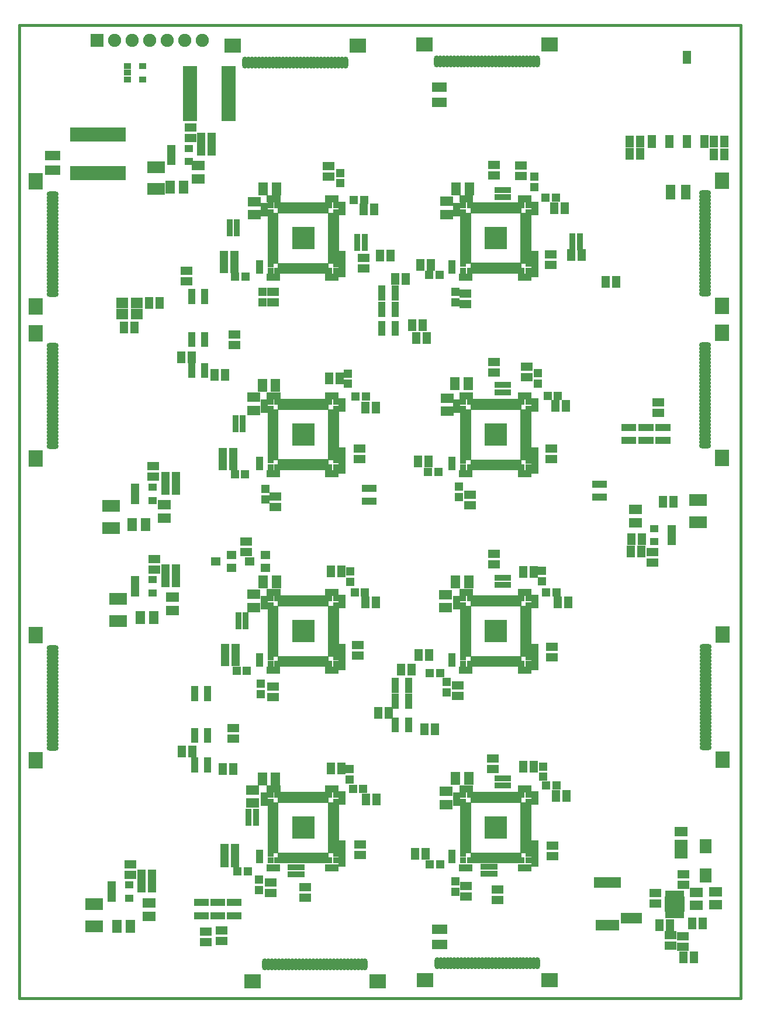
<source format=gts>
G04 (created by PCBNEW-RS274X (2011-04-29 BZR 2986)-stable) date 12/09/2011 16:32:35*
G01*
G70*
G90*
%MOIN*%
G04 Gerber Fmt 3.4, Leading zero omitted, Abs format*
%FSLAX34Y34*%
G04 APERTURE LIST*
%ADD10C,0.006000*%
%ADD11C,0.015000*%
%ADD12R,0.130200X0.130200*%
%ADD13R,0.031800X0.031800*%
%ADD14R,0.094800X0.083000*%
%ADD15O,0.031800X0.069200*%
%ADD16R,0.065000X0.045000*%
%ADD17R,0.050000X0.040000*%
%ADD18R,0.045000X0.065000*%
%ADD19R,0.113700X0.085000*%
%ADD20R,0.029800X0.046600*%
%ADD21R,0.075100X0.106600*%
%ADD22R,0.075100X0.055400*%
%ADD23R,0.035700X0.039700*%
%ADD24R,0.039700X0.035700*%
%ADD25R,0.083000X0.094800*%
%ADD26O,0.069200X0.031800*%
%ADD27R,0.031800X0.083000*%
%ADD28R,0.083000X0.031800*%
%ADD29R,0.071200X0.063300*%
%ADD30R,0.045600X0.073100*%
%ADD31R,0.033800X0.053500*%
%ADD32R,0.057400X0.045600*%
%ADD33R,0.051400X0.051400*%
%ADD34R,0.043600X0.035700*%
%ADD35R,0.053500X0.033800*%
%ADD36R,0.067200X0.083000*%
%ADD37R,0.098700X0.067200*%
%ADD38R,0.157800X0.059400*%
%ADD39R,0.138100X0.059400*%
%ADD40R,0.118400X0.059400*%
%ADD41R,0.037700X0.033800*%
%ADD42R,0.031800X0.033800*%
%ADD43R,0.033800X0.037700*%
%ADD44R,0.033800X0.031800*%
%ADD45R,0.044400X0.044400*%
%ADD46R,0.075000X0.075000*%
%ADD47C,0.075000*%
%ADD48R,0.075000X0.055000*%
%ADD49R,0.055000X0.075000*%
G04 APERTURE END LIST*
G54D10*
G54D11*
X56358Y-09882D02*
X56358Y-11083D01*
X15236Y-09882D02*
X15236Y-11063D01*
X56358Y-65335D02*
X15236Y-65335D01*
X15236Y-09882D02*
X56358Y-09882D01*
X56358Y-65335D02*
X56358Y-11102D01*
X15236Y-18661D02*
X15236Y-11102D01*
X15236Y-65315D02*
X15236Y-65335D01*
X15236Y-18681D02*
X15236Y-65315D01*
G54D12*
X31418Y-22009D03*
G54D13*
X33288Y-23879D03*
X29548Y-23879D03*
X33288Y-20139D03*
X29548Y-20139D03*
X29942Y-20139D03*
X30139Y-20139D03*
X30336Y-20139D03*
X30533Y-20139D03*
X30729Y-20139D03*
X30926Y-20139D03*
X31123Y-20139D03*
X31320Y-20139D03*
X31507Y-20139D03*
X31714Y-20139D03*
X31911Y-20139D03*
X32108Y-20139D03*
X32304Y-20139D03*
X32501Y-20139D03*
X32698Y-20139D03*
X32894Y-20139D03*
X30138Y-20434D03*
X30335Y-20434D03*
X30532Y-20434D03*
X30729Y-20434D03*
X30926Y-20434D03*
X31123Y-20434D03*
X31320Y-20434D03*
X31516Y-20434D03*
X31713Y-20434D03*
X31910Y-20434D03*
X32107Y-20434D03*
X32304Y-20434D03*
X32501Y-20434D03*
X32698Y-20434D03*
X29548Y-20533D03*
X29548Y-20729D03*
X29548Y-20926D03*
X29548Y-21123D03*
X29548Y-21320D03*
X29548Y-21517D03*
X29548Y-21911D03*
X29548Y-22108D03*
X29548Y-22304D03*
X29548Y-22501D03*
X29548Y-22894D03*
X29548Y-23091D03*
X29548Y-23288D03*
X29548Y-23485D03*
X29548Y-21714D03*
X29548Y-22698D03*
X29843Y-20729D03*
X29843Y-20926D03*
X29843Y-21123D03*
X29843Y-21320D03*
X29843Y-21517D03*
X29843Y-21714D03*
X29843Y-21911D03*
X29843Y-22107D03*
X29843Y-22304D03*
X29843Y-22501D03*
X29843Y-22698D03*
X29843Y-22895D03*
X29843Y-23092D03*
X29843Y-23289D03*
X29942Y-23879D03*
X30138Y-23879D03*
X30335Y-23879D03*
X30532Y-23879D03*
X30729Y-23879D03*
X30926Y-23879D03*
X31123Y-23879D03*
X31320Y-23879D03*
X31516Y-23879D03*
X31713Y-23879D03*
X31910Y-23879D03*
X32107Y-23879D03*
X32304Y-23879D03*
X32501Y-23879D03*
X32698Y-23879D03*
X32894Y-23879D03*
X30138Y-23584D03*
X30335Y-23584D03*
X30532Y-23584D03*
X30729Y-23584D03*
X30926Y-23584D03*
X31123Y-23584D03*
X31320Y-23584D03*
X31516Y-23584D03*
X31713Y-23584D03*
X31910Y-23584D03*
X32107Y-23584D03*
X32304Y-23584D03*
X32501Y-23584D03*
X32698Y-23584D03*
X33288Y-23485D03*
X33288Y-23289D03*
X33288Y-23092D03*
X33288Y-22895D03*
X33288Y-22698D03*
X33288Y-22501D03*
X33288Y-22304D03*
X33288Y-22107D03*
X33288Y-21911D03*
X33288Y-21714D03*
X33288Y-21517D03*
X33288Y-21123D03*
X33288Y-21320D03*
X33288Y-20926D03*
X33288Y-20729D03*
X33288Y-20533D03*
X32993Y-23289D03*
X32993Y-23092D03*
X32993Y-22895D03*
X32993Y-22698D03*
X32993Y-22501D03*
X32993Y-22304D03*
X32993Y-22107D03*
X32993Y-21911D03*
X32993Y-21714D03*
X32993Y-21517D03*
X32993Y-21320D03*
X32993Y-21123D03*
X32993Y-20926D03*
X32993Y-20729D03*
G54D12*
X42402Y-33209D03*
G54D13*
X44272Y-35079D03*
X40532Y-35079D03*
X44272Y-31339D03*
X40532Y-31339D03*
X40926Y-31339D03*
X41123Y-31339D03*
X41320Y-31339D03*
X41517Y-31339D03*
X41713Y-31339D03*
X41910Y-31339D03*
X42107Y-31339D03*
X42304Y-31339D03*
X42491Y-31339D03*
X42698Y-31339D03*
X42895Y-31339D03*
X43092Y-31339D03*
X43288Y-31339D03*
X43485Y-31339D03*
X43682Y-31339D03*
X43878Y-31339D03*
X41122Y-31634D03*
X41319Y-31634D03*
X41516Y-31634D03*
X41713Y-31634D03*
X41910Y-31634D03*
X42107Y-31634D03*
X42304Y-31634D03*
X42500Y-31634D03*
X42697Y-31634D03*
X42894Y-31634D03*
X43091Y-31634D03*
X43288Y-31634D03*
X43485Y-31634D03*
X43682Y-31634D03*
X40532Y-31733D03*
X40532Y-31929D03*
X40532Y-32126D03*
X40532Y-32323D03*
X40532Y-32520D03*
X40532Y-32717D03*
X40532Y-33111D03*
X40532Y-33308D03*
X40532Y-33504D03*
X40532Y-33701D03*
X40532Y-34094D03*
X40532Y-34291D03*
X40532Y-34488D03*
X40532Y-34685D03*
X40532Y-32914D03*
X40532Y-33898D03*
X40827Y-31929D03*
X40827Y-32126D03*
X40827Y-32323D03*
X40827Y-32520D03*
X40827Y-32717D03*
X40827Y-32914D03*
X40827Y-33111D03*
X40827Y-33307D03*
X40827Y-33504D03*
X40827Y-33701D03*
X40827Y-33898D03*
X40827Y-34095D03*
X40827Y-34292D03*
X40827Y-34489D03*
X40926Y-35079D03*
X41122Y-35079D03*
X41319Y-35079D03*
X41516Y-35079D03*
X41713Y-35079D03*
X41910Y-35079D03*
X42107Y-35079D03*
X42304Y-35079D03*
X42500Y-35079D03*
X42697Y-35079D03*
X42894Y-35079D03*
X43091Y-35079D03*
X43288Y-35079D03*
X43485Y-35079D03*
X43682Y-35079D03*
X43878Y-35079D03*
X41122Y-34784D03*
X41319Y-34784D03*
X41516Y-34784D03*
X41713Y-34784D03*
X41910Y-34784D03*
X42107Y-34784D03*
X42304Y-34784D03*
X42500Y-34784D03*
X42697Y-34784D03*
X42894Y-34784D03*
X43091Y-34784D03*
X43288Y-34784D03*
X43485Y-34784D03*
X43682Y-34784D03*
X44272Y-34685D03*
X44272Y-34489D03*
X44272Y-34292D03*
X44272Y-34095D03*
X44272Y-33898D03*
X44272Y-33701D03*
X44272Y-33504D03*
X44272Y-33307D03*
X44272Y-33111D03*
X44272Y-32914D03*
X44272Y-32717D03*
X44272Y-32323D03*
X44272Y-32520D03*
X44272Y-32126D03*
X44272Y-31929D03*
X44272Y-31733D03*
X43977Y-34489D03*
X43977Y-34292D03*
X43977Y-34095D03*
X43977Y-33898D03*
X43977Y-33701D03*
X43977Y-33504D03*
X43977Y-33307D03*
X43977Y-33111D03*
X43977Y-32914D03*
X43977Y-32717D03*
X43977Y-32520D03*
X43977Y-32323D03*
X43977Y-32126D03*
X43977Y-31929D03*
G54D12*
X42402Y-22007D03*
G54D13*
X44272Y-23877D03*
X40532Y-23877D03*
X44272Y-20137D03*
X40532Y-20137D03*
X40926Y-20137D03*
X41123Y-20137D03*
X41320Y-20137D03*
X41517Y-20137D03*
X41713Y-20137D03*
X41910Y-20137D03*
X42107Y-20137D03*
X42304Y-20137D03*
X42491Y-20137D03*
X42698Y-20137D03*
X42895Y-20137D03*
X43092Y-20137D03*
X43288Y-20137D03*
X43485Y-20137D03*
X43682Y-20137D03*
X43878Y-20137D03*
X41122Y-20432D03*
X41319Y-20432D03*
X41516Y-20432D03*
X41713Y-20432D03*
X41910Y-20432D03*
X42107Y-20432D03*
X42304Y-20432D03*
X42500Y-20432D03*
X42697Y-20432D03*
X42894Y-20432D03*
X43091Y-20432D03*
X43288Y-20432D03*
X43485Y-20432D03*
X43682Y-20432D03*
X40532Y-20531D03*
X40532Y-20727D03*
X40532Y-20924D03*
X40532Y-21121D03*
X40532Y-21318D03*
X40532Y-21515D03*
X40532Y-21909D03*
X40532Y-22106D03*
X40532Y-22302D03*
X40532Y-22499D03*
X40532Y-22892D03*
X40532Y-23089D03*
X40532Y-23286D03*
X40532Y-23483D03*
X40532Y-21712D03*
X40532Y-22696D03*
X40827Y-20727D03*
X40827Y-20924D03*
X40827Y-21121D03*
X40827Y-21318D03*
X40827Y-21515D03*
X40827Y-21712D03*
X40827Y-21909D03*
X40827Y-22105D03*
X40827Y-22302D03*
X40827Y-22499D03*
X40827Y-22696D03*
X40827Y-22893D03*
X40827Y-23090D03*
X40827Y-23287D03*
X40926Y-23877D03*
X41122Y-23877D03*
X41319Y-23877D03*
X41516Y-23877D03*
X41713Y-23877D03*
X41910Y-23877D03*
X42107Y-23877D03*
X42304Y-23877D03*
X42500Y-23877D03*
X42697Y-23877D03*
X42894Y-23877D03*
X43091Y-23877D03*
X43288Y-23877D03*
X43485Y-23877D03*
X43682Y-23877D03*
X43878Y-23877D03*
X41122Y-23582D03*
X41319Y-23582D03*
X41516Y-23582D03*
X41713Y-23582D03*
X41910Y-23582D03*
X42107Y-23582D03*
X42304Y-23582D03*
X42500Y-23582D03*
X42697Y-23582D03*
X42894Y-23582D03*
X43091Y-23582D03*
X43288Y-23582D03*
X43485Y-23582D03*
X43682Y-23582D03*
X44272Y-23483D03*
X44272Y-23287D03*
X44272Y-23090D03*
X44272Y-22893D03*
X44272Y-22696D03*
X44272Y-22499D03*
X44272Y-22302D03*
X44272Y-22105D03*
X44272Y-21909D03*
X44272Y-21712D03*
X44272Y-21515D03*
X44272Y-21121D03*
X44272Y-21318D03*
X44272Y-20924D03*
X44272Y-20727D03*
X44272Y-20531D03*
X43977Y-23287D03*
X43977Y-23090D03*
X43977Y-22893D03*
X43977Y-22696D03*
X43977Y-22499D03*
X43977Y-22302D03*
X43977Y-22105D03*
X43977Y-21909D03*
X43977Y-21712D03*
X43977Y-21515D03*
X43977Y-21318D03*
X43977Y-21121D03*
X43977Y-20924D03*
X43977Y-20727D03*
G54D12*
X31418Y-33206D03*
G54D13*
X33288Y-35076D03*
X29548Y-35076D03*
X33288Y-31336D03*
X29548Y-31336D03*
X29942Y-31336D03*
X30139Y-31336D03*
X30336Y-31336D03*
X30533Y-31336D03*
X30729Y-31336D03*
X30926Y-31336D03*
X31123Y-31336D03*
X31320Y-31336D03*
X31507Y-31336D03*
X31714Y-31336D03*
X31911Y-31336D03*
X32108Y-31336D03*
X32304Y-31336D03*
X32501Y-31336D03*
X32698Y-31336D03*
X32894Y-31336D03*
X30138Y-31631D03*
X30335Y-31631D03*
X30532Y-31631D03*
X30729Y-31631D03*
X30926Y-31631D03*
X31123Y-31631D03*
X31320Y-31631D03*
X31516Y-31631D03*
X31713Y-31631D03*
X31910Y-31631D03*
X32107Y-31631D03*
X32304Y-31631D03*
X32501Y-31631D03*
X32698Y-31631D03*
X29548Y-31730D03*
X29548Y-31926D03*
X29548Y-32123D03*
X29548Y-32320D03*
X29548Y-32517D03*
X29548Y-32714D03*
X29548Y-33108D03*
X29548Y-33305D03*
X29548Y-33501D03*
X29548Y-33698D03*
X29548Y-34091D03*
X29548Y-34288D03*
X29548Y-34485D03*
X29548Y-34682D03*
X29548Y-32911D03*
X29548Y-33895D03*
X29843Y-31926D03*
X29843Y-32123D03*
X29843Y-32320D03*
X29843Y-32517D03*
X29843Y-32714D03*
X29843Y-32911D03*
X29843Y-33108D03*
X29843Y-33304D03*
X29843Y-33501D03*
X29843Y-33698D03*
X29843Y-33895D03*
X29843Y-34092D03*
X29843Y-34289D03*
X29843Y-34486D03*
X29942Y-35076D03*
X30138Y-35076D03*
X30335Y-35076D03*
X30532Y-35076D03*
X30729Y-35076D03*
X30926Y-35076D03*
X31123Y-35076D03*
X31320Y-35076D03*
X31516Y-35076D03*
X31713Y-35076D03*
X31910Y-35076D03*
X32107Y-35076D03*
X32304Y-35076D03*
X32501Y-35076D03*
X32698Y-35076D03*
X32894Y-35076D03*
X30138Y-34781D03*
X30335Y-34781D03*
X30532Y-34781D03*
X30729Y-34781D03*
X30926Y-34781D03*
X31123Y-34781D03*
X31320Y-34781D03*
X31516Y-34781D03*
X31713Y-34781D03*
X31910Y-34781D03*
X32107Y-34781D03*
X32304Y-34781D03*
X32501Y-34781D03*
X32698Y-34781D03*
X33288Y-34682D03*
X33288Y-34486D03*
X33288Y-34289D03*
X33288Y-34092D03*
X33288Y-33895D03*
X33288Y-33698D03*
X33288Y-33501D03*
X33288Y-33304D03*
X33288Y-33108D03*
X33288Y-32911D03*
X33288Y-32714D03*
X33288Y-32320D03*
X33288Y-32517D03*
X33288Y-32123D03*
X33288Y-31926D03*
X33288Y-31730D03*
X32993Y-34486D03*
X32993Y-34289D03*
X32993Y-34092D03*
X32993Y-33895D03*
X32993Y-33698D03*
X32993Y-33501D03*
X32993Y-33304D03*
X32993Y-33108D03*
X32993Y-32911D03*
X32993Y-32714D03*
X32993Y-32517D03*
X32993Y-32320D03*
X32993Y-32123D03*
X32993Y-31926D03*
G54D12*
X31417Y-55610D03*
G54D13*
X33287Y-57480D03*
X29547Y-57480D03*
X33287Y-53740D03*
X29547Y-53740D03*
X29941Y-53740D03*
X30138Y-53740D03*
X30335Y-53740D03*
X30532Y-53740D03*
X30728Y-53740D03*
X30925Y-53740D03*
X31122Y-53740D03*
X31319Y-53740D03*
X31506Y-53740D03*
X31713Y-53740D03*
X31910Y-53740D03*
X32107Y-53740D03*
X32303Y-53740D03*
X32500Y-53740D03*
X32697Y-53740D03*
X32893Y-53740D03*
X30137Y-54035D03*
X30334Y-54035D03*
X30531Y-54035D03*
X30728Y-54035D03*
X30925Y-54035D03*
X31122Y-54035D03*
X31319Y-54035D03*
X31515Y-54035D03*
X31712Y-54035D03*
X31909Y-54035D03*
X32106Y-54035D03*
X32303Y-54035D03*
X32500Y-54035D03*
X32697Y-54035D03*
X29547Y-54134D03*
X29547Y-54330D03*
X29547Y-54527D03*
X29547Y-54724D03*
X29547Y-54921D03*
X29547Y-55118D03*
X29547Y-55512D03*
X29547Y-55709D03*
X29547Y-55905D03*
X29547Y-56102D03*
X29547Y-56495D03*
X29547Y-56692D03*
X29547Y-56889D03*
X29547Y-57086D03*
X29547Y-55315D03*
X29547Y-56299D03*
X29842Y-54330D03*
X29842Y-54527D03*
X29842Y-54724D03*
X29842Y-54921D03*
X29842Y-55118D03*
X29842Y-55315D03*
X29842Y-55512D03*
X29842Y-55708D03*
X29842Y-55905D03*
X29842Y-56102D03*
X29842Y-56299D03*
X29842Y-56496D03*
X29842Y-56693D03*
X29842Y-56890D03*
X29941Y-57480D03*
X30137Y-57480D03*
X30334Y-57480D03*
X30531Y-57480D03*
X30728Y-57480D03*
X30925Y-57480D03*
X31122Y-57480D03*
X31319Y-57480D03*
X31515Y-57480D03*
X31712Y-57480D03*
X31909Y-57480D03*
X32106Y-57480D03*
X32303Y-57480D03*
X32500Y-57480D03*
X32697Y-57480D03*
X32893Y-57480D03*
X30137Y-57185D03*
X30334Y-57185D03*
X30531Y-57185D03*
X30728Y-57185D03*
X30925Y-57185D03*
X31122Y-57185D03*
X31319Y-57185D03*
X31515Y-57185D03*
X31712Y-57185D03*
X31909Y-57185D03*
X32106Y-57185D03*
X32303Y-57185D03*
X32500Y-57185D03*
X32697Y-57185D03*
X33287Y-57086D03*
X33287Y-56890D03*
X33287Y-56693D03*
X33287Y-56496D03*
X33287Y-56299D03*
X33287Y-56102D03*
X33287Y-55905D03*
X33287Y-55708D03*
X33287Y-55512D03*
X33287Y-55315D03*
X33287Y-55118D03*
X33287Y-54724D03*
X33287Y-54921D03*
X33287Y-54527D03*
X33287Y-54330D03*
X33287Y-54134D03*
X32992Y-56890D03*
X32992Y-56693D03*
X32992Y-56496D03*
X32992Y-56299D03*
X32992Y-56102D03*
X32992Y-55905D03*
X32992Y-55708D03*
X32992Y-55512D03*
X32992Y-55315D03*
X32992Y-55118D03*
X32992Y-54921D03*
X32992Y-54724D03*
X32992Y-54527D03*
X32992Y-54330D03*
G54D12*
X42401Y-55611D03*
G54D13*
X44271Y-57481D03*
X40531Y-57481D03*
X44271Y-53741D03*
X40531Y-53741D03*
X40925Y-53741D03*
X41122Y-53741D03*
X41319Y-53741D03*
X41516Y-53741D03*
X41712Y-53741D03*
X41909Y-53741D03*
X42106Y-53741D03*
X42303Y-53741D03*
X42490Y-53741D03*
X42697Y-53741D03*
X42894Y-53741D03*
X43091Y-53741D03*
X43287Y-53741D03*
X43484Y-53741D03*
X43681Y-53741D03*
X43877Y-53741D03*
X41121Y-54036D03*
X41318Y-54036D03*
X41515Y-54036D03*
X41712Y-54036D03*
X41909Y-54036D03*
X42106Y-54036D03*
X42303Y-54036D03*
X42499Y-54036D03*
X42696Y-54036D03*
X42893Y-54036D03*
X43090Y-54036D03*
X43287Y-54036D03*
X43484Y-54036D03*
X43681Y-54036D03*
X40531Y-54135D03*
X40531Y-54331D03*
X40531Y-54528D03*
X40531Y-54725D03*
X40531Y-54922D03*
X40531Y-55119D03*
X40531Y-55513D03*
X40531Y-55710D03*
X40531Y-55906D03*
X40531Y-56103D03*
X40531Y-56496D03*
X40531Y-56693D03*
X40531Y-56890D03*
X40531Y-57087D03*
X40531Y-55316D03*
X40531Y-56300D03*
X40826Y-54331D03*
X40826Y-54528D03*
X40826Y-54725D03*
X40826Y-54922D03*
X40826Y-55119D03*
X40826Y-55316D03*
X40826Y-55513D03*
X40826Y-55709D03*
X40826Y-55906D03*
X40826Y-56103D03*
X40826Y-56300D03*
X40826Y-56497D03*
X40826Y-56694D03*
X40826Y-56891D03*
X40925Y-57481D03*
X41121Y-57481D03*
X41318Y-57481D03*
X41515Y-57481D03*
X41712Y-57481D03*
X41909Y-57481D03*
X42106Y-57481D03*
X42303Y-57481D03*
X42499Y-57481D03*
X42696Y-57481D03*
X42893Y-57481D03*
X43090Y-57481D03*
X43287Y-57481D03*
X43484Y-57481D03*
X43681Y-57481D03*
X43877Y-57481D03*
X41121Y-57186D03*
X41318Y-57186D03*
X41515Y-57186D03*
X41712Y-57186D03*
X41909Y-57186D03*
X42106Y-57186D03*
X42303Y-57186D03*
X42499Y-57186D03*
X42696Y-57186D03*
X42893Y-57186D03*
X43090Y-57186D03*
X43287Y-57186D03*
X43484Y-57186D03*
X43681Y-57186D03*
X44271Y-57087D03*
X44271Y-56891D03*
X44271Y-56694D03*
X44271Y-56497D03*
X44271Y-56300D03*
X44271Y-56103D03*
X44271Y-55906D03*
X44271Y-55709D03*
X44271Y-55513D03*
X44271Y-55316D03*
X44271Y-55119D03*
X44271Y-54725D03*
X44271Y-54922D03*
X44271Y-54528D03*
X44271Y-54331D03*
X44271Y-54135D03*
X43976Y-56891D03*
X43976Y-56694D03*
X43976Y-56497D03*
X43976Y-56300D03*
X43976Y-56103D03*
X43976Y-55906D03*
X43976Y-55709D03*
X43976Y-55513D03*
X43976Y-55316D03*
X43976Y-55119D03*
X43976Y-54922D03*
X43976Y-54725D03*
X43976Y-54528D03*
X43976Y-54331D03*
G54D12*
X42401Y-44412D03*
G54D13*
X44271Y-46282D03*
X40531Y-46282D03*
X44271Y-42542D03*
X40531Y-42542D03*
X40925Y-42542D03*
X41122Y-42542D03*
X41319Y-42542D03*
X41516Y-42542D03*
X41712Y-42542D03*
X41909Y-42542D03*
X42106Y-42542D03*
X42303Y-42542D03*
X42490Y-42542D03*
X42697Y-42542D03*
X42894Y-42542D03*
X43091Y-42542D03*
X43287Y-42542D03*
X43484Y-42542D03*
X43681Y-42542D03*
X43877Y-42542D03*
X41121Y-42837D03*
X41318Y-42837D03*
X41515Y-42837D03*
X41712Y-42837D03*
X41909Y-42837D03*
X42106Y-42837D03*
X42303Y-42837D03*
X42499Y-42837D03*
X42696Y-42837D03*
X42893Y-42837D03*
X43090Y-42837D03*
X43287Y-42837D03*
X43484Y-42837D03*
X43681Y-42837D03*
X40531Y-42936D03*
X40531Y-43132D03*
X40531Y-43329D03*
X40531Y-43526D03*
X40531Y-43723D03*
X40531Y-43920D03*
X40531Y-44314D03*
X40531Y-44511D03*
X40531Y-44707D03*
X40531Y-44904D03*
X40531Y-45297D03*
X40531Y-45494D03*
X40531Y-45691D03*
X40531Y-45888D03*
X40531Y-44117D03*
X40531Y-45101D03*
X40826Y-43132D03*
X40826Y-43329D03*
X40826Y-43526D03*
X40826Y-43723D03*
X40826Y-43920D03*
X40826Y-44117D03*
X40826Y-44314D03*
X40826Y-44510D03*
X40826Y-44707D03*
X40826Y-44904D03*
X40826Y-45101D03*
X40826Y-45298D03*
X40826Y-45495D03*
X40826Y-45692D03*
X40925Y-46282D03*
X41121Y-46282D03*
X41318Y-46282D03*
X41515Y-46282D03*
X41712Y-46282D03*
X41909Y-46282D03*
X42106Y-46282D03*
X42303Y-46282D03*
X42499Y-46282D03*
X42696Y-46282D03*
X42893Y-46282D03*
X43090Y-46282D03*
X43287Y-46282D03*
X43484Y-46282D03*
X43681Y-46282D03*
X43877Y-46282D03*
X41121Y-45987D03*
X41318Y-45987D03*
X41515Y-45987D03*
X41712Y-45987D03*
X41909Y-45987D03*
X42106Y-45987D03*
X42303Y-45987D03*
X42499Y-45987D03*
X42696Y-45987D03*
X42893Y-45987D03*
X43090Y-45987D03*
X43287Y-45987D03*
X43484Y-45987D03*
X43681Y-45987D03*
X44271Y-45888D03*
X44271Y-45692D03*
X44271Y-45495D03*
X44271Y-45298D03*
X44271Y-45101D03*
X44271Y-44904D03*
X44271Y-44707D03*
X44271Y-44510D03*
X44271Y-44314D03*
X44271Y-44117D03*
X44271Y-43920D03*
X44271Y-43526D03*
X44271Y-43723D03*
X44271Y-43329D03*
X44271Y-43132D03*
X44271Y-42936D03*
X43976Y-45692D03*
X43976Y-45495D03*
X43976Y-45298D03*
X43976Y-45101D03*
X43976Y-44904D03*
X43976Y-44707D03*
X43976Y-44510D03*
X43976Y-44314D03*
X43976Y-44117D03*
X43976Y-43920D03*
X43976Y-43723D03*
X43976Y-43526D03*
X43976Y-43329D03*
X43976Y-43132D03*
G54D12*
X31417Y-44411D03*
G54D13*
X33287Y-46281D03*
X29547Y-46281D03*
X33287Y-42541D03*
X29547Y-42541D03*
X29941Y-42541D03*
X30138Y-42541D03*
X30335Y-42541D03*
X30532Y-42541D03*
X30728Y-42541D03*
X30925Y-42541D03*
X31122Y-42541D03*
X31319Y-42541D03*
X31506Y-42541D03*
X31713Y-42541D03*
X31910Y-42541D03*
X32107Y-42541D03*
X32303Y-42541D03*
X32500Y-42541D03*
X32697Y-42541D03*
X32893Y-42541D03*
X30137Y-42836D03*
X30334Y-42836D03*
X30531Y-42836D03*
X30728Y-42836D03*
X30925Y-42836D03*
X31122Y-42836D03*
X31319Y-42836D03*
X31515Y-42836D03*
X31712Y-42836D03*
X31909Y-42836D03*
X32106Y-42836D03*
X32303Y-42836D03*
X32500Y-42836D03*
X32697Y-42836D03*
X29547Y-42935D03*
X29547Y-43131D03*
X29547Y-43328D03*
X29547Y-43525D03*
X29547Y-43722D03*
X29547Y-43919D03*
X29547Y-44313D03*
X29547Y-44510D03*
X29547Y-44706D03*
X29547Y-44903D03*
X29547Y-45296D03*
X29547Y-45493D03*
X29547Y-45690D03*
X29547Y-45887D03*
X29547Y-44116D03*
X29547Y-45100D03*
X29842Y-43131D03*
X29842Y-43328D03*
X29842Y-43525D03*
X29842Y-43722D03*
X29842Y-43919D03*
X29842Y-44116D03*
X29842Y-44313D03*
X29842Y-44509D03*
X29842Y-44706D03*
X29842Y-44903D03*
X29842Y-45100D03*
X29842Y-45297D03*
X29842Y-45494D03*
X29842Y-45691D03*
X29941Y-46281D03*
X30137Y-46281D03*
X30334Y-46281D03*
X30531Y-46281D03*
X30728Y-46281D03*
X30925Y-46281D03*
X31122Y-46281D03*
X31319Y-46281D03*
X31515Y-46281D03*
X31712Y-46281D03*
X31909Y-46281D03*
X32106Y-46281D03*
X32303Y-46281D03*
X32500Y-46281D03*
X32697Y-46281D03*
X32893Y-46281D03*
X30137Y-45986D03*
X30334Y-45986D03*
X30531Y-45986D03*
X30728Y-45986D03*
X30925Y-45986D03*
X31122Y-45986D03*
X31319Y-45986D03*
X31515Y-45986D03*
X31712Y-45986D03*
X31909Y-45986D03*
X32106Y-45986D03*
X32303Y-45986D03*
X32500Y-45986D03*
X32697Y-45986D03*
X33287Y-45887D03*
X33287Y-45691D03*
X33287Y-45494D03*
X33287Y-45297D03*
X33287Y-45100D03*
X33287Y-44903D03*
X33287Y-44706D03*
X33287Y-44509D03*
X33287Y-44313D03*
X33287Y-44116D03*
X33287Y-43919D03*
X33287Y-43525D03*
X33287Y-43722D03*
X33287Y-43328D03*
X33287Y-43131D03*
X33287Y-42935D03*
X32992Y-45691D03*
X32992Y-45494D03*
X32992Y-45297D03*
X32992Y-45100D03*
X32992Y-44903D03*
X32992Y-44706D03*
X32992Y-44509D03*
X32992Y-44313D03*
X32992Y-44116D03*
X32992Y-43919D03*
X32992Y-43722D03*
X32992Y-43525D03*
X32992Y-43328D03*
X32992Y-43131D03*
G54D14*
X45454Y-10964D03*
X38328Y-10964D03*
G54D15*
X39036Y-11928D03*
X39232Y-11928D03*
X39429Y-11928D03*
X39626Y-11928D03*
X39823Y-11928D03*
X40020Y-11928D03*
X40217Y-11928D03*
X40414Y-11928D03*
X40610Y-11928D03*
X40807Y-11928D03*
X41004Y-11928D03*
X41201Y-11928D03*
X41398Y-11928D03*
X41595Y-11928D03*
X41793Y-11929D03*
X41988Y-11928D03*
X42185Y-11928D03*
X42382Y-11928D03*
X42776Y-11928D03*
X43170Y-11928D03*
X43563Y-11928D03*
X43366Y-11928D03*
X42973Y-11928D03*
X42579Y-11928D03*
X43760Y-11928D03*
X43957Y-11928D03*
X44154Y-11928D03*
X44351Y-11928D03*
X44547Y-11928D03*
X44746Y-11928D03*
G54D14*
X34526Y-11022D03*
X27400Y-11022D03*
G54D15*
X28108Y-11986D03*
X28304Y-11986D03*
X28501Y-11986D03*
X28698Y-11986D03*
X28895Y-11986D03*
X29092Y-11986D03*
X29289Y-11986D03*
X29486Y-11986D03*
X29682Y-11986D03*
X29879Y-11986D03*
X30076Y-11986D03*
X30273Y-11986D03*
X30470Y-11986D03*
X30667Y-11986D03*
X30865Y-11987D03*
X31060Y-11986D03*
X31257Y-11986D03*
X31454Y-11986D03*
X31848Y-11986D03*
X32242Y-11986D03*
X32635Y-11986D03*
X32438Y-11986D03*
X32045Y-11986D03*
X31651Y-11986D03*
X32832Y-11986D03*
X33029Y-11986D03*
X33226Y-11986D03*
X33423Y-11986D03*
X33619Y-11986D03*
X33818Y-11986D03*
G54D16*
X34528Y-45812D03*
X34528Y-45212D03*
X34646Y-57170D03*
X34646Y-56570D03*
X45531Y-23528D03*
X45531Y-22928D03*
X45551Y-34610D03*
X45551Y-34010D03*
G54D17*
X20485Y-58877D03*
X20485Y-59627D03*
X21485Y-58877D03*
X20485Y-59252D03*
X21485Y-59627D03*
G54D16*
X21575Y-58293D03*
X21575Y-57693D03*
G54D18*
X22800Y-58327D03*
X22200Y-58327D03*
G54D17*
X21841Y-36213D03*
X21841Y-36963D03*
X22841Y-36213D03*
X21841Y-36588D03*
X22841Y-36963D03*
G54D16*
X22855Y-35616D03*
X22855Y-35016D03*
G54D18*
X24156Y-35663D03*
X23556Y-35663D03*
X24160Y-40923D03*
X23560Y-40923D03*
G54D16*
X22935Y-40889D03*
X22935Y-40289D03*
G54D17*
X21845Y-41473D03*
X21845Y-42223D03*
X22845Y-41473D03*
X21845Y-41848D03*
X22845Y-42223D03*
X23890Y-16891D03*
X23890Y-17641D03*
X24890Y-16891D03*
X23890Y-17266D03*
X24890Y-17641D03*
X52419Y-39303D03*
X52419Y-38553D03*
X51419Y-39303D03*
X52419Y-38928D03*
X51419Y-38553D03*
G54D19*
X52585Y-59971D03*
G54D20*
X52585Y-60522D03*
X52782Y-60522D03*
X52979Y-60522D03*
X52388Y-60522D03*
X52191Y-60522D03*
X52585Y-59420D03*
X52388Y-59420D03*
X52191Y-59420D03*
X52782Y-59420D03*
X52979Y-59420D03*
G54D21*
X52972Y-56831D03*
G54D22*
X52972Y-55827D03*
G54D18*
X50104Y-39853D03*
X50704Y-39853D03*
G54D16*
X51329Y-39887D03*
X51329Y-40487D03*
X52350Y-62318D03*
X52350Y-61718D03*
G54D18*
X52315Y-61172D03*
X51715Y-61172D03*
G54D16*
X53071Y-61806D03*
X53071Y-62406D03*
G54D18*
X53605Y-61054D03*
X54205Y-61054D03*
G54D16*
X24980Y-16307D03*
X24980Y-15707D03*
G54D18*
X26205Y-16341D03*
X25605Y-16341D03*
G54D16*
X34862Y-23725D03*
X34862Y-23125D03*
G54D23*
X27481Y-59882D03*
X27737Y-59882D03*
X27225Y-59882D03*
X27225Y-60630D03*
X27481Y-60630D03*
X27737Y-60630D03*
X26556Y-59882D03*
X26812Y-59882D03*
X26300Y-59882D03*
X26300Y-60630D03*
X26556Y-60630D03*
X26812Y-60630D03*
X25611Y-59882D03*
X25867Y-59882D03*
X25355Y-59882D03*
X25355Y-60630D03*
X25611Y-60630D03*
X25867Y-60630D03*
G54D16*
X45630Y-57249D03*
X45630Y-56649D03*
X45610Y-45891D03*
X45610Y-45291D03*
X34626Y-34610D03*
X34626Y-34010D03*
G54D24*
X35904Y-25137D03*
X35904Y-24881D03*
X35904Y-25393D03*
X36652Y-25393D03*
X36652Y-25137D03*
X36652Y-24881D03*
X25059Y-25335D03*
X25059Y-25079D03*
X25059Y-25591D03*
X25807Y-25591D03*
X25807Y-25335D03*
X25807Y-25079D03*
X35904Y-26063D03*
X35904Y-25807D03*
X35904Y-26319D03*
X36652Y-26319D03*
X36652Y-26063D03*
X36652Y-25807D03*
X25059Y-27776D03*
X25059Y-27520D03*
X25059Y-28032D03*
X25807Y-28032D03*
X25807Y-27776D03*
X25807Y-27520D03*
G54D14*
X28524Y-64351D03*
X35650Y-64351D03*
G54D15*
X34942Y-63387D03*
X34746Y-63387D03*
X34549Y-63387D03*
X34352Y-63387D03*
X34155Y-63387D03*
X33958Y-63387D03*
X33761Y-63387D03*
X33564Y-63387D03*
X33368Y-63387D03*
X33171Y-63387D03*
X32974Y-63387D03*
X32777Y-63387D03*
X32580Y-63387D03*
X32383Y-63387D03*
X32185Y-63386D03*
X31990Y-63387D03*
X31793Y-63387D03*
X31596Y-63387D03*
X31202Y-63387D03*
X30808Y-63387D03*
X30415Y-63387D03*
X30612Y-63387D03*
X31005Y-63387D03*
X31399Y-63387D03*
X30218Y-63387D03*
X30021Y-63387D03*
X29824Y-63387D03*
X29627Y-63387D03*
X29431Y-63387D03*
X29232Y-63387D03*
G54D14*
X38347Y-64312D03*
X45473Y-64312D03*
G54D15*
X44765Y-63348D03*
X44569Y-63348D03*
X44372Y-63348D03*
X44175Y-63348D03*
X43978Y-63348D03*
X43781Y-63348D03*
X43584Y-63348D03*
X43387Y-63348D03*
X43191Y-63348D03*
X42994Y-63348D03*
X42797Y-63348D03*
X42600Y-63348D03*
X42403Y-63348D03*
X42206Y-63348D03*
X42008Y-63347D03*
X41813Y-63348D03*
X41616Y-63348D03*
X41419Y-63348D03*
X41025Y-63348D03*
X40631Y-63348D03*
X40238Y-63348D03*
X40435Y-63348D03*
X40828Y-63348D03*
X41222Y-63348D03*
X40041Y-63348D03*
X39844Y-63348D03*
X39647Y-63348D03*
X39450Y-63348D03*
X39254Y-63348D03*
X39055Y-63348D03*
G54D25*
X55294Y-25865D03*
X55294Y-18739D03*
G54D26*
X54330Y-19447D03*
X54330Y-19643D03*
X54330Y-19840D03*
X54330Y-20037D03*
X54330Y-20234D03*
X54330Y-20431D03*
X54330Y-20628D03*
X54330Y-20825D03*
X54330Y-21021D03*
X54330Y-21218D03*
X54330Y-21415D03*
X54330Y-21612D03*
X54330Y-21809D03*
X54330Y-22006D03*
X54329Y-22204D03*
X54330Y-22399D03*
X54330Y-22596D03*
X54330Y-22793D03*
X54330Y-23187D03*
X54330Y-23581D03*
X54330Y-23974D03*
X54330Y-23777D03*
X54330Y-23384D03*
X54330Y-22990D03*
X54330Y-24171D03*
X54330Y-24368D03*
X54330Y-24565D03*
X54330Y-24762D03*
X54330Y-24958D03*
X54330Y-25157D03*
G54D25*
X55296Y-34527D03*
X55296Y-27401D03*
G54D26*
X54332Y-28109D03*
X54332Y-28305D03*
X54332Y-28502D03*
X54332Y-28699D03*
X54332Y-28896D03*
X54332Y-29093D03*
X54332Y-29290D03*
X54332Y-29487D03*
X54332Y-29683D03*
X54332Y-29880D03*
X54332Y-30077D03*
X54332Y-30274D03*
X54332Y-30471D03*
X54332Y-30668D03*
X54331Y-30866D03*
X54332Y-31061D03*
X54332Y-31258D03*
X54332Y-31455D03*
X54332Y-31849D03*
X54332Y-32243D03*
X54332Y-32636D03*
X54332Y-32439D03*
X54332Y-32046D03*
X54332Y-31652D03*
X54332Y-32833D03*
X54332Y-33030D03*
X54332Y-33227D03*
X54332Y-33424D03*
X54332Y-33620D03*
X54332Y-33819D03*
G54D25*
X55316Y-51732D03*
X55316Y-44606D03*
G54D26*
X54352Y-45314D03*
X54352Y-45510D03*
X54352Y-45707D03*
X54352Y-45904D03*
X54352Y-46101D03*
X54352Y-46298D03*
X54352Y-46495D03*
X54352Y-46692D03*
X54352Y-46888D03*
X54352Y-47085D03*
X54352Y-47282D03*
X54352Y-47479D03*
X54352Y-47676D03*
X54352Y-47873D03*
X54351Y-48071D03*
X54352Y-48266D03*
X54352Y-48463D03*
X54352Y-48660D03*
X54352Y-49054D03*
X54352Y-49448D03*
X54352Y-49841D03*
X54352Y-49644D03*
X54352Y-49251D03*
X54352Y-48857D03*
X54352Y-50038D03*
X54352Y-50235D03*
X54352Y-50432D03*
X54352Y-50629D03*
X54352Y-50825D03*
X54352Y-51024D03*
G54D25*
X16161Y-44646D03*
X16161Y-51772D03*
G54D26*
X17125Y-51064D03*
X17125Y-50868D03*
X17125Y-50671D03*
X17125Y-50474D03*
X17125Y-50277D03*
X17125Y-50080D03*
X17125Y-49883D03*
X17125Y-49686D03*
X17125Y-49490D03*
X17125Y-49293D03*
X17125Y-49096D03*
X17125Y-48899D03*
X17125Y-48702D03*
X17125Y-48505D03*
X17126Y-48307D03*
X17125Y-48112D03*
X17125Y-47915D03*
X17125Y-47718D03*
X17125Y-47324D03*
X17125Y-46930D03*
X17125Y-46537D03*
X17125Y-46734D03*
X17125Y-47127D03*
X17125Y-47521D03*
X17125Y-46340D03*
X17125Y-46143D03*
X17125Y-45946D03*
X17125Y-45749D03*
X17125Y-45553D03*
X17125Y-45354D03*
G54D25*
X16161Y-27441D03*
X16161Y-34567D03*
G54D26*
X17125Y-33859D03*
X17125Y-33663D03*
X17125Y-33466D03*
X17125Y-33269D03*
X17125Y-33072D03*
X17125Y-32875D03*
X17125Y-32678D03*
X17125Y-32481D03*
X17125Y-32285D03*
X17125Y-32088D03*
X17125Y-31891D03*
X17125Y-31694D03*
X17125Y-31497D03*
X17125Y-31300D03*
X17126Y-31102D03*
X17125Y-30907D03*
X17125Y-30710D03*
X17125Y-30513D03*
X17125Y-30119D03*
X17125Y-29725D03*
X17125Y-29332D03*
X17125Y-29529D03*
X17125Y-29922D03*
X17125Y-30316D03*
X17125Y-29135D03*
X17125Y-28938D03*
X17125Y-28741D03*
X17125Y-28544D03*
X17125Y-28348D03*
X17125Y-28149D03*
G54D25*
X16160Y-18780D03*
X16160Y-25906D03*
G54D26*
X17124Y-25198D03*
X17124Y-25002D03*
X17124Y-24805D03*
X17124Y-24608D03*
X17124Y-24411D03*
X17124Y-24214D03*
X17124Y-24017D03*
X17124Y-23820D03*
X17124Y-23624D03*
X17124Y-23427D03*
X17124Y-23230D03*
X17124Y-23033D03*
X17124Y-22836D03*
X17124Y-22639D03*
X17125Y-22441D03*
X17124Y-22246D03*
X17124Y-22049D03*
X17124Y-21852D03*
X17124Y-21458D03*
X17124Y-21064D03*
X17124Y-20671D03*
X17124Y-20868D03*
X17124Y-21261D03*
X17124Y-21655D03*
X17124Y-20474D03*
X17124Y-20277D03*
X17124Y-20080D03*
X17124Y-19883D03*
X17124Y-19687D03*
X17124Y-19488D03*
G54D27*
X20610Y-18307D03*
X20866Y-18307D03*
X21122Y-18307D03*
X20354Y-18307D03*
X20098Y-18307D03*
X19842Y-18307D03*
X18307Y-18307D03*
X18563Y-18307D03*
X18819Y-18307D03*
X19587Y-18307D03*
X19331Y-18307D03*
X19075Y-18307D03*
X19075Y-16103D03*
X19331Y-16103D03*
X19587Y-16103D03*
X18819Y-16103D03*
X18563Y-16103D03*
X18307Y-16103D03*
X19842Y-16103D03*
X20098Y-16103D03*
X20354Y-16103D03*
X21122Y-16103D03*
X20866Y-16103D03*
X20610Y-16103D03*
G54D28*
X27165Y-12874D03*
X27165Y-12618D03*
X27165Y-12362D03*
X27165Y-13130D03*
X27165Y-13386D03*
X27165Y-13642D03*
X27165Y-15177D03*
X27165Y-14921D03*
X27165Y-14665D03*
X27165Y-13897D03*
X27165Y-14153D03*
X27165Y-14409D03*
X24961Y-14409D03*
X24961Y-14153D03*
X24961Y-13897D03*
X24961Y-14665D03*
X24961Y-14921D03*
X24961Y-15177D03*
X24961Y-13642D03*
X24961Y-13386D03*
X24961Y-13130D03*
X24961Y-12362D03*
X24961Y-12618D03*
X24961Y-12874D03*
G54D29*
X21103Y-26349D03*
X21929Y-26349D03*
X21929Y-25699D03*
X21103Y-25699D03*
G54D30*
X53306Y-16516D03*
X54310Y-16516D03*
X52302Y-16516D03*
X51298Y-16516D03*
X53307Y-11713D03*
G54D31*
X39193Y-62264D03*
X39449Y-62264D03*
X38937Y-62264D03*
X39193Y-61398D03*
X38937Y-61398D03*
X39449Y-61398D03*
X39173Y-13386D03*
X38917Y-13386D03*
X39429Y-13386D03*
X39173Y-14252D03*
X39429Y-14252D03*
X38917Y-14252D03*
G54D32*
X29252Y-40806D03*
X29252Y-40058D03*
X28346Y-40432D03*
X27323Y-40806D03*
X27323Y-40058D03*
X26417Y-40432D03*
G54D16*
X28169Y-39306D03*
X28169Y-39906D03*
X26752Y-61472D03*
X26752Y-62072D03*
G54D33*
X35000Y-31043D03*
X34410Y-31043D03*
X33976Y-29724D03*
X33976Y-30314D03*
X29272Y-36889D03*
X29272Y-36299D03*
X27520Y-35452D03*
X28110Y-35452D03*
X34901Y-19824D03*
X34311Y-19824D03*
X33524Y-18289D03*
X33524Y-18879D03*
X29094Y-25670D03*
X29094Y-25080D03*
X27540Y-24194D03*
X28130Y-24194D03*
X45846Y-53209D03*
X45256Y-53209D03*
X45098Y-52126D03*
X45098Y-52716D03*
X40098Y-59271D03*
X40098Y-58681D03*
X38642Y-57716D03*
X39232Y-57716D03*
X45846Y-42205D03*
X45256Y-42205D03*
X45039Y-40965D03*
X45039Y-41555D03*
X39606Y-47893D03*
X39606Y-47303D03*
X38642Y-46811D03*
X39232Y-46811D03*
X34842Y-53386D03*
X34252Y-53386D03*
X34075Y-52264D03*
X34075Y-52854D03*
X28898Y-59153D03*
X28898Y-58563D03*
X27658Y-58091D03*
X28248Y-58091D03*
X34941Y-42204D03*
X34351Y-42204D03*
X34094Y-41004D03*
X34094Y-41594D03*
X28996Y-47992D03*
X28996Y-47402D03*
X27618Y-46653D03*
X28208Y-46653D03*
X45945Y-30984D03*
X45355Y-30984D03*
X44783Y-29704D03*
X44783Y-30294D03*
X40295Y-36771D03*
X40295Y-36181D03*
X38524Y-35334D03*
X39114Y-35334D03*
X45826Y-19705D03*
X45236Y-19705D03*
X44587Y-18505D03*
X44587Y-19095D03*
X40079Y-25670D03*
X40079Y-25080D03*
X38603Y-24115D03*
X39193Y-24115D03*
G54D24*
X25059Y-29547D03*
X25059Y-29291D03*
X25059Y-29803D03*
X25807Y-29803D03*
X25807Y-29547D03*
X25807Y-29291D03*
X35905Y-27145D03*
X35905Y-26889D03*
X35905Y-27401D03*
X36653Y-27401D03*
X36653Y-27145D03*
X36653Y-26889D03*
G54D34*
X21398Y-12579D03*
X21398Y-12205D03*
X21398Y-12953D03*
X22264Y-12953D03*
X22264Y-12205D03*
G54D35*
X53228Y-19390D03*
X53228Y-19134D03*
X53228Y-19646D03*
X52362Y-19390D03*
X52362Y-19646D03*
X52362Y-19134D03*
G54D31*
X17126Y-18150D03*
X17382Y-18150D03*
X16870Y-18150D03*
X17126Y-17284D03*
X16870Y-17284D03*
X17382Y-17284D03*
G54D16*
X24764Y-24454D03*
X24764Y-23854D03*
G54D18*
X54818Y-16516D03*
X55418Y-16516D03*
X54818Y-17244D03*
X55418Y-17244D03*
X50635Y-17185D03*
X50035Y-17185D03*
X50635Y-16516D03*
X50035Y-16516D03*
G54D24*
X36673Y-47500D03*
X36673Y-47244D03*
X36673Y-47756D03*
X37421Y-47756D03*
X37421Y-47500D03*
X37421Y-47244D03*
X36673Y-48406D03*
X36673Y-48150D03*
X36673Y-48662D03*
X37421Y-48662D03*
X37421Y-48406D03*
X37421Y-48150D03*
X25217Y-47972D03*
X25217Y-47716D03*
X25217Y-48228D03*
X25965Y-48228D03*
X25965Y-47972D03*
X25965Y-47716D03*
X25217Y-50354D03*
X25217Y-50098D03*
X25217Y-50610D03*
X25965Y-50610D03*
X25965Y-50354D03*
X25965Y-50098D03*
G54D23*
X50965Y-33543D03*
X50709Y-33543D03*
X51221Y-33543D03*
X51221Y-32795D03*
X50965Y-32795D03*
X50709Y-32795D03*
X51929Y-33543D03*
X51673Y-33543D03*
X52185Y-33543D03*
X52185Y-32795D03*
X51929Y-32795D03*
X51673Y-32795D03*
X35177Y-37008D03*
X34921Y-37008D03*
X35433Y-37008D03*
X35433Y-36260D03*
X35177Y-36260D03*
X34921Y-36260D03*
X48307Y-36024D03*
X48563Y-36024D03*
X48051Y-36024D03*
X48051Y-36772D03*
X48307Y-36772D03*
X48563Y-36772D03*
G54D24*
X36673Y-49744D03*
X36673Y-49488D03*
X36673Y-50000D03*
X37421Y-50000D03*
X37421Y-49744D03*
X37421Y-49488D03*
X25217Y-52028D03*
X25217Y-51772D03*
X25217Y-52284D03*
X25965Y-52284D03*
X25965Y-52028D03*
X25965Y-51772D03*
G54D23*
X49980Y-33543D03*
X49724Y-33543D03*
X50236Y-33543D03*
X50236Y-32795D03*
X49980Y-32795D03*
X49724Y-32795D03*
G54D36*
X54350Y-56671D03*
X54350Y-58345D03*
G54D37*
X53917Y-38189D03*
X53917Y-36929D03*
X19489Y-59961D03*
X19489Y-61221D03*
X20847Y-42559D03*
X20847Y-43819D03*
X20473Y-37264D03*
X20473Y-38524D03*
X23032Y-17953D03*
X23032Y-19213D03*
G54D38*
X48761Y-58720D03*
G54D39*
X48761Y-61161D03*
G54D40*
X50139Y-60767D03*
G54D41*
X41693Y-57835D03*
G54D42*
X41910Y-57835D03*
X42106Y-57835D03*
G54D41*
X42323Y-57835D03*
X42323Y-58248D03*
G54D42*
X42106Y-58248D03*
X41909Y-58248D03*
G54D41*
X41693Y-58248D03*
X30709Y-57855D03*
G54D42*
X30926Y-57855D03*
X31122Y-57855D03*
G54D41*
X31339Y-57855D03*
X31339Y-58268D03*
G54D42*
X31122Y-58268D03*
X30925Y-58268D03*
G54D41*
X30709Y-58268D03*
X42480Y-41358D03*
G54D42*
X42697Y-41358D03*
X42893Y-41358D03*
G54D41*
X43110Y-41358D03*
X43110Y-41771D03*
G54D42*
X42893Y-41771D03*
X42696Y-41771D03*
G54D41*
X42480Y-41771D03*
X42480Y-52795D03*
G54D42*
X42697Y-52795D03*
X42893Y-52795D03*
G54D41*
X43110Y-52795D03*
X43110Y-53208D03*
G54D42*
X42893Y-53208D03*
X42696Y-53208D03*
G54D41*
X42480Y-53208D03*
G54D43*
X27717Y-44134D03*
G54D44*
X27717Y-43917D03*
X27717Y-43721D03*
G54D43*
X27717Y-43504D03*
X28130Y-43504D03*
G54D44*
X28130Y-43721D03*
X28130Y-43918D03*
G54D43*
X28130Y-44134D03*
X28307Y-55335D03*
G54D44*
X28307Y-55118D03*
X28307Y-54922D03*
G54D43*
X28307Y-54705D03*
X28720Y-54705D03*
G54D44*
X28720Y-54922D03*
X28720Y-55119D03*
G54D43*
X28720Y-55335D03*
G54D41*
X42480Y-30374D03*
G54D42*
X42697Y-30374D03*
X42893Y-30374D03*
G54D41*
X43110Y-30374D03*
X43110Y-30787D03*
G54D42*
X42893Y-30787D03*
X42696Y-30787D03*
G54D41*
X42480Y-30787D03*
X42480Y-19252D03*
G54D42*
X42697Y-19252D03*
X42893Y-19252D03*
G54D41*
X43110Y-19252D03*
X43110Y-19665D03*
G54D42*
X42893Y-19665D03*
X42696Y-19665D03*
G54D41*
X42480Y-19665D03*
G54D43*
X27559Y-32913D03*
G54D44*
X27559Y-32696D03*
X27559Y-32500D03*
G54D43*
X27559Y-32283D03*
X27972Y-32283D03*
G54D44*
X27972Y-32500D03*
X27972Y-32697D03*
G54D43*
X27972Y-32913D03*
X27638Y-21102D03*
G54D44*
X27638Y-21319D03*
X27638Y-21515D03*
G54D43*
X27638Y-21732D03*
X27225Y-21732D03*
G54D44*
X27225Y-21515D03*
X27225Y-21318D03*
G54D43*
X27225Y-21102D03*
X47185Y-21890D03*
G54D44*
X47185Y-22107D03*
X47185Y-22303D03*
G54D43*
X47185Y-22520D03*
X46772Y-22520D03*
G54D44*
X46772Y-22303D03*
X46772Y-22106D03*
G54D43*
X46772Y-21890D03*
X34508Y-22579D03*
G54D44*
X34508Y-22362D03*
X34508Y-22166D03*
G54D43*
X34508Y-21949D03*
X34921Y-21949D03*
G54D44*
X34921Y-22166D03*
X34921Y-22363D03*
G54D43*
X34921Y-22579D03*
G54D16*
X53110Y-58863D03*
X53110Y-58263D03*
G54D18*
X21196Y-27087D03*
X21796Y-27087D03*
X26206Y-16969D03*
X25606Y-16969D03*
G54D16*
X51496Y-59346D03*
X51496Y-59946D03*
G54D18*
X53106Y-63012D03*
X53706Y-63012D03*
X52524Y-37047D03*
X51924Y-37047D03*
X50113Y-39173D03*
X50713Y-39173D03*
X24158Y-41555D03*
X23558Y-41555D03*
X24158Y-36299D03*
X23558Y-36299D03*
X22800Y-58957D03*
X22200Y-58957D03*
X37249Y-24331D03*
X36649Y-24331D03*
G54D16*
X27421Y-49936D03*
X27421Y-50536D03*
X27480Y-28115D03*
X27480Y-27515D03*
G54D18*
X37583Y-46614D03*
X36983Y-46614D03*
G54D16*
X42224Y-51669D03*
X42224Y-52269D03*
X42303Y-40015D03*
X42303Y-40615D03*
X42500Y-59129D03*
X42500Y-59729D03*
X25866Y-62150D03*
X25866Y-61550D03*
X51673Y-31354D03*
X51673Y-31954D03*
X31535Y-59011D03*
X31535Y-59611D03*
G54D18*
X24503Y-51280D03*
X25103Y-51280D03*
X27426Y-52283D03*
X26826Y-52283D03*
X38922Y-50000D03*
X38322Y-50000D03*
X35684Y-49075D03*
X36284Y-49075D03*
X27564Y-45472D03*
X26964Y-45472D03*
X27544Y-56870D03*
X26944Y-56870D03*
X38450Y-27697D03*
X37850Y-27697D03*
X38233Y-26969D03*
X37633Y-26969D03*
X26973Y-29803D03*
X26373Y-29803D03*
X24464Y-28799D03*
X25064Y-28799D03*
X36402Y-23012D03*
X35802Y-23012D03*
X27426Y-34311D03*
X26826Y-34311D03*
G54D16*
X42303Y-17830D03*
X42303Y-18430D03*
X42303Y-29070D03*
X42303Y-29670D03*
G54D18*
X47308Y-22953D03*
X46708Y-22953D03*
X48657Y-24488D03*
X49257Y-24488D03*
X27485Y-23071D03*
X26885Y-23071D03*
X38686Y-23524D03*
X38086Y-23524D03*
G54D16*
X40669Y-25153D03*
X40669Y-25753D03*
X43819Y-18469D03*
X43819Y-17869D03*
G54D18*
X45724Y-20295D03*
X46324Y-20295D03*
X38568Y-34724D03*
X37968Y-34724D03*
G54D16*
X40945Y-36629D03*
X40945Y-37229D03*
X44154Y-29926D03*
X44154Y-29326D03*
G54D18*
X45783Y-31575D03*
X46383Y-31575D03*
X27564Y-46083D03*
X26964Y-46083D03*
G54D16*
X29685Y-47574D03*
X29685Y-48174D03*
G54D18*
X32987Y-41004D03*
X33587Y-41004D03*
X34956Y-42776D03*
X35556Y-42776D03*
X27544Y-57539D03*
X26944Y-57539D03*
G54D16*
X29547Y-58735D03*
X29547Y-59335D03*
G54D18*
X33007Y-52244D03*
X33607Y-52244D03*
X34995Y-53996D03*
X35595Y-53996D03*
X38587Y-45768D03*
X37987Y-45768D03*
G54D16*
X40217Y-47495D03*
X40217Y-48095D03*
G54D18*
X43972Y-41024D03*
X44572Y-41024D03*
X45920Y-42756D03*
X46520Y-42756D03*
X38410Y-57087D03*
X37810Y-57087D03*
G54D16*
X40689Y-58932D03*
X40689Y-59532D03*
G54D18*
X43972Y-52146D03*
X44572Y-52146D03*
X45822Y-53799D03*
X46422Y-53799D03*
X27485Y-23681D03*
X26885Y-23681D03*
G54D16*
X29705Y-25074D03*
X29705Y-25674D03*
X32854Y-18509D03*
X32854Y-17909D03*
G54D18*
X34877Y-20354D03*
X35477Y-20354D03*
X27426Y-34902D03*
X26826Y-34902D03*
G54D16*
X29843Y-36728D03*
X29843Y-37328D03*
G54D18*
X32889Y-30000D03*
X33489Y-30000D03*
X34976Y-31673D03*
X35576Y-31673D03*
X23233Y-25689D03*
X22633Y-25689D03*
G54D45*
X33642Y-22921D03*
X33642Y-23299D03*
X29193Y-20563D03*
X29193Y-20185D03*
X28917Y-23453D03*
X28917Y-23831D03*
X33642Y-20504D03*
X33642Y-20126D03*
X33642Y-23669D03*
X33642Y-24047D03*
X29913Y-19783D03*
X29535Y-19783D03*
X32862Y-24232D03*
X33240Y-24232D03*
X29894Y-24232D03*
X29516Y-24232D03*
X32862Y-19783D03*
X33240Y-19783D03*
X43846Y-30984D03*
X44224Y-30984D03*
X40878Y-35433D03*
X40500Y-35433D03*
X43846Y-35433D03*
X44224Y-35433D03*
X40898Y-30984D03*
X40520Y-30984D03*
X44626Y-34870D03*
X44626Y-35248D03*
X44626Y-31705D03*
X44626Y-31327D03*
X39902Y-34654D03*
X39902Y-35032D03*
X40177Y-31764D03*
X40177Y-31386D03*
X44626Y-34122D03*
X44626Y-34500D03*
X44626Y-22921D03*
X44626Y-23299D03*
X40177Y-20563D03*
X40177Y-20185D03*
X39902Y-23453D03*
X39902Y-23831D03*
X44626Y-20504D03*
X44626Y-20126D03*
X44626Y-23669D03*
X44626Y-24047D03*
X40898Y-19783D03*
X40520Y-19783D03*
X43846Y-24232D03*
X44224Y-24232D03*
X40878Y-24232D03*
X40500Y-24232D03*
X43846Y-19783D03*
X44224Y-19783D03*
X32862Y-30984D03*
X33240Y-30984D03*
X29894Y-35433D03*
X29516Y-35433D03*
X32862Y-35433D03*
X33240Y-35433D03*
X29913Y-30984D03*
X29535Y-30984D03*
X33642Y-34870D03*
X33642Y-35248D03*
X33642Y-31705D03*
X33642Y-31327D03*
X28917Y-34654D03*
X28917Y-35032D03*
X29193Y-31764D03*
X29193Y-31386D03*
X33642Y-34122D03*
X33642Y-34500D03*
X33642Y-56524D03*
X33642Y-56902D03*
X29193Y-54165D03*
X29193Y-53787D03*
X28917Y-57055D03*
X28917Y-57433D03*
X33642Y-54106D03*
X33642Y-53728D03*
X33642Y-57272D03*
X33642Y-57650D03*
X29913Y-53386D03*
X29535Y-53386D03*
X32862Y-57894D03*
X33240Y-57894D03*
X29894Y-57894D03*
X29516Y-57894D03*
X32862Y-53386D03*
X33240Y-53386D03*
X43846Y-53386D03*
X44224Y-53386D03*
X40878Y-57894D03*
X40500Y-57894D03*
X43846Y-57894D03*
X44224Y-57894D03*
X40898Y-53386D03*
X40520Y-53386D03*
X44626Y-57272D03*
X44626Y-57650D03*
X44626Y-54106D03*
X44626Y-53728D03*
X39902Y-57055D03*
X39902Y-57433D03*
X40177Y-54165D03*
X40177Y-53787D03*
X44626Y-56524D03*
X44626Y-56902D03*
X44626Y-45323D03*
X44626Y-45701D03*
X40177Y-42965D03*
X40177Y-42587D03*
X39902Y-45854D03*
X39902Y-46232D03*
X44626Y-42906D03*
X44626Y-42528D03*
X44626Y-46071D03*
X44626Y-46449D03*
X40898Y-42185D03*
X40520Y-42185D03*
X43846Y-46634D03*
X44224Y-46634D03*
X40878Y-46634D03*
X40500Y-46634D03*
X43846Y-42185D03*
X44224Y-42185D03*
X32862Y-42185D03*
X33240Y-42185D03*
X29894Y-46634D03*
X29516Y-46634D03*
X32862Y-46634D03*
X33240Y-46634D03*
X29913Y-42185D03*
X29535Y-42185D03*
X33642Y-46071D03*
X33642Y-46449D03*
X33642Y-42906D03*
X33642Y-42528D03*
X28917Y-45854D03*
X28917Y-46232D03*
X29193Y-42965D03*
X29193Y-42587D03*
X33642Y-45323D03*
X33642Y-45701D03*
G54D46*
X19657Y-10748D03*
G54D47*
X20657Y-10748D03*
X21657Y-10748D03*
X22657Y-10748D03*
X23657Y-10748D03*
X24657Y-10748D03*
X25657Y-10748D03*
G54D48*
X28622Y-20670D03*
X28622Y-19920D03*
G54D49*
X29883Y-19213D03*
X29133Y-19213D03*
G54D48*
X28602Y-31832D03*
X28602Y-31082D03*
G54D49*
X29844Y-30394D03*
X29094Y-30394D03*
X23838Y-19094D03*
X24588Y-19094D03*
G54D48*
X39587Y-20651D03*
X39587Y-19901D03*
G54D49*
X40887Y-19193D03*
X40137Y-19193D03*
G54D48*
X39626Y-31871D03*
X39626Y-31121D03*
G54D49*
X40828Y-30315D03*
X40078Y-30315D03*
X21672Y-38346D03*
X22422Y-38346D03*
G54D48*
X23504Y-37204D03*
X23504Y-37954D03*
X28583Y-43052D03*
X28583Y-42302D03*
G54D49*
X29883Y-41594D03*
X29133Y-41594D03*
G54D48*
X28543Y-54214D03*
X28543Y-53464D03*
G54D49*
X29844Y-52835D03*
X29094Y-52835D03*
X22145Y-43622D03*
X22895Y-43622D03*
G54D48*
X23976Y-42479D03*
X23976Y-43229D03*
X39528Y-43072D03*
X39528Y-42322D03*
G54D49*
X40847Y-41614D03*
X40097Y-41614D03*
G54D48*
X39567Y-54292D03*
X39567Y-53542D03*
G54D49*
X40847Y-52795D03*
X40097Y-52795D03*
X20806Y-61220D03*
X21556Y-61220D03*
G54D48*
X22638Y-59901D03*
X22638Y-60651D03*
X50374Y-38229D03*
X50374Y-37479D03*
X25433Y-17873D03*
X25433Y-18623D03*
X54941Y-59251D03*
X54941Y-60001D03*
X53819Y-59290D03*
X53819Y-60040D03*
M02*

</source>
